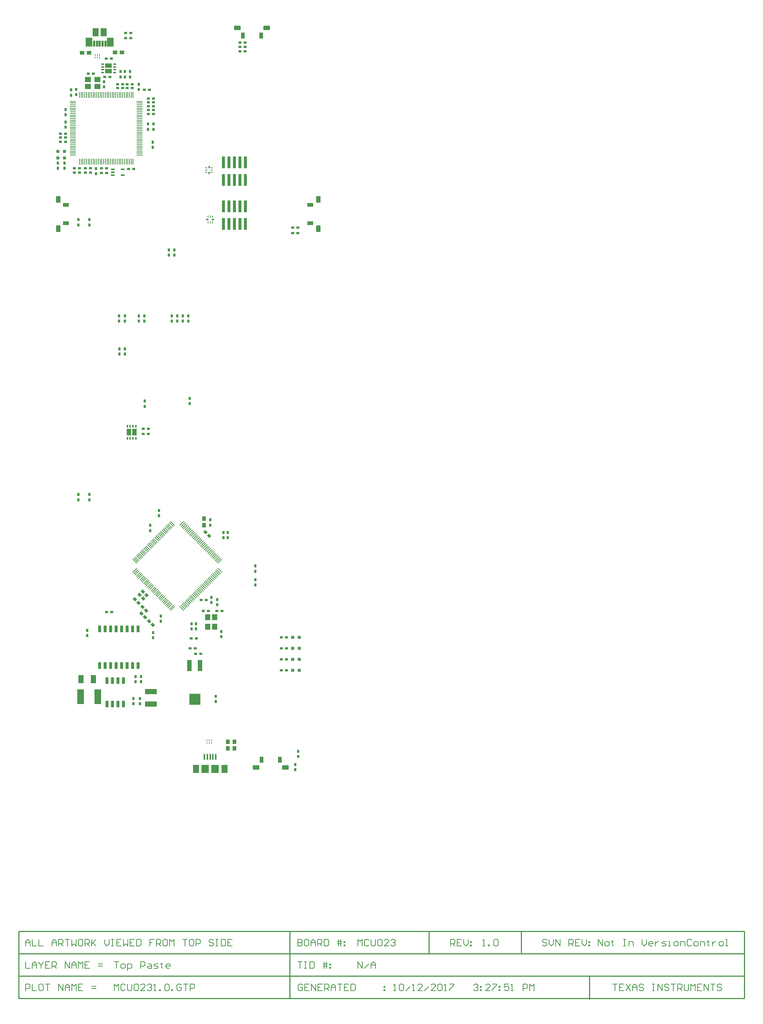
<source format=gtp>
G04 Layer_Color=9021481*
%FSAX25Y25*%
%MOIN*%
G70*
G01*
G75*
%ADD10R,0.02362X0.03150*%
%ADD11R,0.03150X0.02362*%
G04:AMPARAMS|DCode=12|XSize=57.09mil|YSize=39.37mil|CornerRadius=1.97mil|HoleSize=0mil|Usage=FLASHONLY|Rotation=0.000|XOffset=0mil|YOffset=0mil|HoleType=Round|Shape=RoundedRectangle|*
%AMROUNDEDRECTD12*
21,1,0.05709,0.03543,0,0,0.0*
21,1,0.05315,0.03937,0,0,0.0*
1,1,0.00394,0.02658,-0.01772*
1,1,0.00394,-0.02658,-0.01772*
1,1,0.00394,-0.02658,0.01772*
1,1,0.00394,0.02658,0.01772*
%
%ADD12ROUNDEDRECTD12*%
G04:AMPARAMS|DCode=13|XSize=35.43mil|YSize=51.18mil|CornerRadius=1.95mil|HoleSize=0mil|Usage=FLASHONLY|Rotation=0.000|XOffset=0mil|YOffset=0mil|HoleType=Round|Shape=RoundedRectangle|*
%AMROUNDEDRECTD13*
21,1,0.03543,0.04728,0,0,0.0*
21,1,0.03154,0.05118,0,0,0.0*
1,1,0.00390,0.01577,-0.02364*
1,1,0.00390,-0.01577,-0.02364*
1,1,0.00390,-0.01577,0.02364*
1,1,0.00390,0.01577,0.02364*
%
%ADD13ROUNDEDRECTD13*%
G04:AMPARAMS|DCode=14|XSize=23.62mil|YSize=31.5mil|CornerRadius=0mil|HoleSize=0mil|Usage=FLASHONLY|Rotation=225.000|XOffset=0mil|YOffset=0mil|HoleType=Round|Shape=Rectangle|*
%AMROTATEDRECTD14*
4,1,4,-0.00278,0.01949,0.01949,-0.00278,0.00278,-0.01949,-0.01949,0.00278,-0.00278,0.01949,0.0*
%
%ADD14ROTATEDRECTD14*%

%ADD15R,0.03150X0.03150*%
%ADD16R,0.03740X0.03937*%
%ADD17R,0.03937X0.03740*%
%ADD18R,0.00787X0.01181*%
%ADD19R,0.00787X0.01378*%
%ADD20R,0.02913X0.10984*%
%ADD21R,0.05512X0.04724*%
%ADD22R,0.01181X0.02362*%
%ADD23R,0.02165X0.00984*%
%ADD24R,0.02165X0.00787*%
%ADD25R,0.01575X0.05315*%
%ADD26R,0.07087X0.07480*%
%ADD27R,0.09843X0.09843*%
%ADD28R,0.03937X0.09843*%
%ADD29R,0.04724X0.05512*%
G04:AMPARAMS|DCode=30|XSize=57.09mil|YSize=39.37mil|CornerRadius=1.97mil|HoleSize=0mil|Usage=FLASHONLY|Rotation=270.000|XOffset=0mil|YOffset=0mil|HoleType=Round|Shape=RoundedRectangle|*
%AMROUNDEDRECTD30*
21,1,0.05709,0.03543,0,0,270.0*
21,1,0.05315,0.03937,0,0,270.0*
1,1,0.00394,-0.01772,-0.02658*
1,1,0.00394,-0.01772,0.02658*
1,1,0.00394,0.01772,0.02658*
1,1,0.00394,0.01772,-0.02658*
%
%ADD30ROUNDEDRECTD30*%
G04:AMPARAMS|DCode=31|XSize=35.43mil|YSize=51.18mil|CornerRadius=1.95mil|HoleSize=0mil|Usage=FLASHONLY|Rotation=270.000|XOffset=0mil|YOffset=0mil|HoleType=Round|Shape=RoundedRectangle|*
%AMROUNDEDRECTD31*
21,1,0.03543,0.04728,0,0,270.0*
21,1,0.03154,0.05118,0,0,270.0*
1,1,0.00390,-0.02364,-0.01577*
1,1,0.00390,-0.02364,0.01577*
1,1,0.00390,0.02364,0.01577*
1,1,0.00390,0.02364,-0.01577*
%
%ADD31ROUNDEDRECTD31*%
G04:AMPARAMS|DCode=32|XSize=23.62mil|YSize=57.09mil|CornerRadius=2.01mil|HoleSize=0mil|Usage=FLASHONLY|Rotation=0.000|XOffset=0mil|YOffset=0mil|HoleType=Round|Shape=RoundedRectangle|*
%AMROUNDEDRECTD32*
21,1,0.02362,0.05307,0,0,0.0*
21,1,0.01961,0.05709,0,0,0.0*
1,1,0.00402,0.00980,-0.02654*
1,1,0.00402,-0.00980,-0.02654*
1,1,0.00402,-0.00980,0.02654*
1,1,0.00402,0.00980,0.02654*
%
%ADD32ROUNDEDRECTD32*%
%ADD33R,0.02992X0.06496*%
G04:AMPARAMS|DCode=34|XSize=11.81mil|YSize=23.62mil|CornerRadius=1.95mil|HoleSize=0mil|Usage=FLASHONLY|Rotation=180.000|XOffset=0mil|YOffset=0mil|HoleType=Round|Shape=RoundedRectangle|*
%AMROUNDEDRECTD34*
21,1,0.01181,0.01972,0,0,180.0*
21,1,0.00791,0.02362,0,0,180.0*
1,1,0.00390,-0.00396,0.00986*
1,1,0.00390,0.00396,0.00986*
1,1,0.00390,0.00396,-0.00986*
1,1,0.00390,-0.00396,-0.00986*
%
%ADD34ROUNDEDRECTD34*%
G04:AMPARAMS|DCode=36|XSize=7.87mil|YSize=55.12mil|CornerRadius=0mil|HoleSize=0mil|Usage=FLASHONLY|Rotation=315.000|XOffset=0mil|YOffset=0mil|HoleType=Round|Shape=Round|*
%AMOVALD36*
21,1,0.04724,0.00787,0.00000,0.00000,45.0*
1,1,0.00787,-0.01670,-0.01670*
1,1,0.00787,0.01670,0.01670*
%
%ADD36OVALD36*%

G04:AMPARAMS|DCode=37|XSize=7.87mil|YSize=55.12mil|CornerRadius=0mil|HoleSize=0mil|Usage=FLASHONLY|Rotation=45.000|XOffset=0mil|YOffset=0mil|HoleType=Round|Shape=Round|*
%AMOVALD37*
21,1,0.04724,0.00787,0.00000,0.00000,135.0*
1,1,0.00787,0.01670,-0.01670*
1,1,0.00787,-0.01670,0.01670*
%
%ADD37OVALD37*%

%ADD38R,0.05118X0.07284*%
%ADD39R,0.06299X0.13386*%
%ADD40R,0.10630X0.05118*%
%ADD41O,0.00787X0.05512*%
%ADD42O,0.05512X0.00787*%
%ADD43R,0.02362X0.01181*%
%ADD44R,0.00984X0.02165*%
%ADD45R,0.00787X0.02165*%
G04:AMPARAMS|DCode=46|XSize=17.72mil|YSize=54.33mil|CornerRadius=1.95mil|HoleSize=0mil|Usage=FLASHONLY|Rotation=0.000|XOffset=0mil|YOffset=0mil|HoleType=Round|Shape=RoundedRectangle|*
%AMROUNDEDRECTD46*
21,1,0.01772,0.05043,0,0,0.0*
21,1,0.01382,0.05433,0,0,0.0*
1,1,0.00390,0.00691,-0.02522*
1,1,0.00390,-0.00691,-0.02522*
1,1,0.00390,-0.00691,0.02522*
1,1,0.00390,0.00691,0.02522*
%
%ADD46ROUNDEDRECTD46*%
G04:AMPARAMS|DCode=47|XSize=54.13mil|YSize=74.8mil|CornerRadius=1.9mil|HoleSize=0mil|Usage=FLASHONLY|Rotation=0.000|XOffset=0mil|YOffset=0mil|HoleType=Round|Shape=RoundedRectangle|*
%AMROUNDEDRECTD47*
21,1,0.05413,0.07101,0,0,0.0*
21,1,0.05034,0.07480,0,0,0.0*
1,1,0.00379,0.02517,-0.03551*
1,1,0.00379,-0.02517,-0.03551*
1,1,0.00379,-0.02517,0.03551*
1,1,0.00379,0.02517,0.03551*
%
%ADD47ROUNDEDRECTD47*%
G04:AMPARAMS|DCode=48|XSize=58.07mil|YSize=82.68mil|CornerRadius=2.03mil|HoleSize=0mil|Usage=FLASHONLY|Rotation=0.000|XOffset=0mil|YOffset=0mil|HoleType=Round|Shape=RoundedRectangle|*
%AMROUNDEDRECTD48*
21,1,0.05807,0.07861,0,0,0.0*
21,1,0.05401,0.08268,0,0,0.0*
1,1,0.00407,0.02700,-0.03931*
1,1,0.00407,-0.02700,-0.03931*
1,1,0.00407,-0.02700,0.03931*
1,1,0.00407,0.02700,0.03931*
%
%ADD48ROUNDEDRECTD48*%
G04:AMPARAMS|DCode=50|XSize=11.81mil|YSize=23.62mil|CornerRadius=1.95mil|HoleSize=0mil|Usage=FLASHONLY|Rotation=90.000|XOffset=0mil|YOffset=0mil|HoleType=Round|Shape=RoundedRectangle|*
%AMROUNDEDRECTD50*
21,1,0.01181,0.01972,0,0,90.0*
21,1,0.00791,0.02362,0,0,90.0*
1,1,0.00390,0.00986,0.00396*
1,1,0.00390,0.00986,-0.00396*
1,1,0.00390,-0.00986,-0.00396*
1,1,0.00390,-0.00986,0.00396*
%
%ADD50ROUNDEDRECTD50*%
G04:AMPARAMS|DCode=51|XSize=15.75mil|YSize=33.47mil|CornerRadius=1.97mil|HoleSize=0mil|Usage=FLASHONLY|Rotation=90.000|XOffset=0mil|YOffset=0mil|HoleType=Round|Shape=RoundedRectangle|*
%AMROUNDEDRECTD51*
21,1,0.01575,0.02953,0,0,90.0*
21,1,0.01181,0.03347,0,0,90.0*
1,1,0.00394,0.01476,0.00591*
1,1,0.00394,0.01476,-0.00591*
1,1,0.00394,-0.01476,-0.00591*
1,1,0.00394,-0.01476,0.00591*
%
%ADD51ROUNDEDRECTD51*%
%ADD52R,0.03150X0.03150*%
%ADD54C,0.01000*%
%ADD58C,0.00800*%
%ADD64R,0.05512X0.07480*%
%ADD108R,0.04106X0.05917*%
%ADD109R,0.05917X0.04106*%
G54D10*
X0194200Y0660762D02*
D03*
Y0656038D02*
D03*
X0189200Y0660762D02*
D03*
Y0656038D02*
D03*
X0184200Y0660762D02*
D03*
Y0656038D02*
D03*
X0179200Y0660762D02*
D03*
Y0656038D02*
D03*
X0136700Y0660762D02*
D03*
Y0656038D02*
D03*
X0131181Y0660762D02*
D03*
Y0656038D02*
D03*
X0154200Y0660762D02*
D03*
Y0656038D02*
D03*
X0149200Y0660762D02*
D03*
Y0656038D02*
D03*
X0176700Y0716038D02*
D03*
Y0720762D02*
D03*
X0181700Y0716038D02*
D03*
Y0720762D02*
D03*
X0195700Y0585762D02*
D03*
Y0581038D02*
D03*
X0220700Y0402762D02*
D03*
Y0398038D02*
D03*
X0150200Y0312762D02*
D03*
Y0308038D02*
D03*
X0144200Y0312762D02*
D03*
Y0308038D02*
D03*
X0151200Y0328038D02*
D03*
Y0332762D02*
D03*
X0167700Y0483762D02*
D03*
Y0479038D02*
D03*
X0224200Y0373762D02*
D03*
Y0369038D02*
D03*
X0197200Y0380762D02*
D03*
Y0376038D02*
D03*
X0146200Y0328038D02*
D03*
Y0332762D02*
D03*
X0154700Y0583262D02*
D03*
Y0578538D02*
D03*
X0169200Y0387762D02*
D03*
Y0383038D02*
D03*
X0255200Y0420762D02*
D03*
Y0416038D02*
D03*
Y0428538D02*
D03*
Y0433262D02*
D03*
X0219200Y0314762D02*
D03*
Y0310038D02*
D03*
X0159700Y0470262D02*
D03*
Y0465538D02*
D03*
X0291700Y0252762D02*
D03*
Y0248038D02*
D03*
X0294200Y0264762D02*
D03*
Y0260038D02*
D03*
X0104200Y0748262D02*
D03*
Y0743538D02*
D03*
X0094200Y0748262D02*
D03*
Y0743538D02*
D03*
X0104200Y0498262D02*
D03*
Y0493538D02*
D03*
X0094200Y0498262D02*
D03*
Y0493538D02*
D03*
X0102200Y0370038D02*
D03*
Y0374762D02*
D03*
X0162200Y0372762D02*
D03*
Y0368038D02*
D03*
X0214200Y0470538D02*
D03*
Y0475262D02*
D03*
X0215200Y0400038D02*
D03*
Y0404762D02*
D03*
X0201200Y0376038D02*
D03*
Y0380762D02*
D03*
X0161819Y0818762D02*
D03*
Y0814038D02*
D03*
X0149319Y0871381D02*
D03*
Y0866657D02*
D03*
X0082700Y0837124D02*
D03*
Y0832400D02*
D03*
Y0843676D02*
D03*
Y0848400D02*
D03*
X0157700Y0830538D02*
D03*
Y0835262D02*
D03*
X0162700Y0830538D02*
D03*
Y0835262D02*
D03*
X0092200Y0866762D02*
D03*
Y0862038D02*
D03*
X0110200Y0790038D02*
D03*
Y0794762D02*
D03*
X0075700Y0795085D02*
D03*
Y0799810D02*
D03*
X0081700Y0795085D02*
D03*
Y0799810D02*
D03*
X0087700Y0861538D02*
D03*
Y0866262D02*
D03*
X0117700Y0869038D02*
D03*
Y0873762D02*
D03*
X0136700Y0878176D02*
D03*
Y0882900D02*
D03*
X0141200D02*
D03*
Y0878176D02*
D03*
X0132700D02*
D03*
Y0882900D02*
D03*
X0226200Y0463762D02*
D03*
Y0459038D02*
D03*
X0230200Y0463762D02*
D03*
Y0459038D02*
D03*
X0131700Y0626038D02*
D03*
Y0630762D02*
D03*
X0136700Y0626038D02*
D03*
Y0630762D02*
D03*
G54D11*
X0246062Y0901400D02*
D03*
X0241338D02*
D03*
X0246062Y0909400D02*
D03*
X0241338D02*
D03*
X0241338Y0905400D02*
D03*
X0246062D02*
D03*
X0201562Y0367400D02*
D03*
X0196838D02*
D03*
X0158062Y0557900D02*
D03*
X0153338D02*
D03*
X0158062Y0553400D02*
D03*
X0153338D02*
D03*
X0278838Y0338400D02*
D03*
X0283562D02*
D03*
X0278838Y0358400D02*
D03*
X0283562D02*
D03*
X0278838Y0368400D02*
D03*
X0283562D02*
D03*
X0278838Y0348400D02*
D03*
X0283562D02*
D03*
X0195838Y0358400D02*
D03*
X0200562D02*
D03*
X0205562Y0353400D02*
D03*
X0200838D02*
D03*
X0220338Y0392400D02*
D03*
X0225062D02*
D03*
X0212562D02*
D03*
X0207838D02*
D03*
X0210562Y0402400D02*
D03*
X0205838D02*
D03*
X0289338Y0740900D02*
D03*
X0294062D02*
D03*
X0289338Y0735900D02*
D03*
X0294062D02*
D03*
X0124562Y0391400D02*
D03*
X0119838D02*
D03*
X0103338Y0880900D02*
D03*
X0108062D02*
D03*
X0100476Y0794900D02*
D03*
X0105200D02*
D03*
X0100476Y0790900D02*
D03*
X0105200D02*
D03*
X0134700Y0871400D02*
D03*
X0129976D02*
D03*
X0119887Y0790809D02*
D03*
X0115163D02*
D03*
X0119887Y0795094D02*
D03*
X0115163D02*
D03*
X0144562Y0794400D02*
D03*
X0139838D02*
D03*
X0143200Y0867900D02*
D03*
X0138476D02*
D03*
X0077976Y0826400D02*
D03*
X0082700D02*
D03*
X0077976Y0822900D02*
D03*
X0082700D02*
D03*
X0077976Y0818900D02*
D03*
X0082700D02*
D03*
X0134700Y0867900D02*
D03*
X0129976D02*
D03*
X0143200Y0871400D02*
D03*
X0138476D02*
D03*
X0159062Y0866400D02*
D03*
X0154338D02*
D03*
X0162700Y0858400D02*
D03*
X0157976D02*
D03*
X0162700Y0854900D02*
D03*
X0157976D02*
D03*
X0162700Y0851400D02*
D03*
X0157976D02*
D03*
X0090700Y0794900D02*
D03*
X0095424D02*
D03*
X0095424Y0790900D02*
D03*
X0090700D02*
D03*
X0157976Y0844400D02*
D03*
X0162700D02*
D03*
X0124383Y0894634D02*
D03*
X0119659D02*
D03*
X0122897Y0877900D02*
D03*
X0118172D02*
D03*
X0142062Y0917900D02*
D03*
X0137338D02*
D03*
X0137338Y0913510D02*
D03*
X0142062D02*
D03*
X0157976Y0847900D02*
D03*
X0162700D02*
D03*
G54D12*
X0265487Y0922731D02*
D03*
X0238913Y0922731D02*
D03*
X0255913Y0250069D02*
D03*
X0282487Y0250069D02*
D03*
G54D13*
X0260468Y0915644D02*
D03*
X0243932D02*
D03*
X0260932Y0257156D02*
D03*
X0277468D02*
D03*
G54D14*
X0154870Y0386730D02*
D03*
X0151530Y0390070D02*
D03*
X0152530Y0396070D02*
D03*
X0155870Y0392730D02*
D03*
X0148870Y0399730D02*
D03*
X0145530Y0403070D02*
D03*
X0210030Y0464070D02*
D03*
X0213370Y0460730D02*
D03*
X0156370Y0406730D02*
D03*
X0153030Y0410070D02*
D03*
X0153370Y0403730D02*
D03*
X0150030Y0407070D02*
D03*
X0158530Y0383070D02*
D03*
X0161870Y0379730D02*
D03*
G54D15*
X0289247Y0348400D02*
D03*
X0295153D02*
D03*
X0289247Y0338400D02*
D03*
X0295153D02*
D03*
X0289247Y0368400D02*
D03*
X0295153D02*
D03*
X0289247Y0358400D02*
D03*
X0295153D02*
D03*
G54D16*
X0230200Y0273550D02*
D03*
Y0267250D02*
D03*
X0208700Y0476550D02*
D03*
Y0470250D02*
D03*
X0236200Y0267250D02*
D03*
Y0273550D02*
D03*
G54D17*
X0097550Y0899900D02*
D03*
X0103850D02*
D03*
X0133850Y0900400D02*
D03*
X0127550D02*
D03*
G54D18*
X0109731Y0898081D02*
D03*
X0111700D02*
D03*
X0113669D02*
D03*
Y0895719D02*
D03*
X0111700D02*
D03*
X0213200Y0272219D02*
D03*
X0215168D02*
D03*
Y0274581D02*
D03*
X0213200D02*
D03*
X0211231D02*
D03*
G54D19*
X0109731Y0895817D02*
D03*
X0211231Y0272317D02*
D03*
G54D20*
X0246200Y0800412D02*
D03*
Y0784388D02*
D03*
X0241200Y0800412D02*
D03*
X0236200D02*
D03*
X0231200D02*
D03*
X0226200D02*
D03*
X0241200Y0784388D02*
D03*
X0236200D02*
D03*
X0231200D02*
D03*
X0226200D02*
D03*
Y0744388D02*
D03*
Y0760412D02*
D03*
X0231200Y0744388D02*
D03*
X0236200D02*
D03*
X0241200D02*
D03*
X0246200D02*
D03*
X0231200Y0760412D02*
D03*
X0236200D02*
D03*
X0241200D02*
D03*
X0246200D02*
D03*
G54D21*
X0103039Y0869400D02*
D03*
X0111700D02*
D03*
X0103039Y0875699D02*
D03*
X0111700D02*
D03*
G54D22*
X0213200Y0795959D02*
D03*
Y0790841D02*
D03*
G54D23*
X0210641Y0795368D02*
D03*
Y0791432D02*
D03*
X0215759D02*
D03*
Y0795368D02*
D03*
G54D24*
X0210641Y0793400D02*
D03*
X0215759D02*
D03*
G54D25*
X0211641Y0259640D02*
D03*
X0214200D02*
D03*
X0209082D02*
D03*
X0216759D02*
D03*
X0219318D02*
D03*
G54D26*
X0218728Y0248617D02*
D03*
X0209672D02*
D03*
G54D27*
X0200200Y0312176D02*
D03*
G54D28*
X0195279Y0342687D02*
D03*
X0205121D02*
D03*
G54D29*
X0218350Y0378069D02*
D03*
Y0386731D02*
D03*
X0212050Y0378069D02*
D03*
Y0386731D02*
D03*
G54D30*
X0312531Y0740113D02*
D03*
X0312531Y0766687D02*
D03*
X0075869Y0766687D02*
D03*
X0075869Y0740113D02*
D03*
G54D31*
X0305444Y0745132D02*
D03*
Y0761668D02*
D03*
X0082956Y0761668D02*
D03*
Y0745132D02*
D03*
G54D32*
X0120200Y0307672D02*
D03*
X0125200D02*
D03*
X0135200Y0329128D02*
D03*
X0130200D02*
D03*
X0125200D02*
D03*
X0120200D02*
D03*
X0135200Y0307672D02*
D03*
X0130200D02*
D03*
G54D33*
X0113700Y0376152D02*
D03*
X0118700D02*
D03*
X0123700D02*
D03*
X0128700D02*
D03*
X0133700D02*
D03*
X0138700D02*
D03*
X0143700D02*
D03*
X0148700D02*
D03*
Y0342648D02*
D03*
X0143700D02*
D03*
X0138700D02*
D03*
X0133700D02*
D03*
X0128700D02*
D03*
X0123700D02*
D03*
X0118700D02*
D03*
X0113700D02*
D03*
G54D34*
X0138861Y0549388D02*
D03*
X0141420D02*
D03*
X0143980D02*
D03*
X0146539D02*
D03*
Y0560412D02*
D03*
X0143980D02*
D03*
X0141420D02*
D03*
X0138861D02*
D03*
G54D36*
X0167775Y0406953D02*
D03*
X0188376Y0472096D02*
D03*
X0189489Y0470982D02*
D03*
X0190603Y0469869D02*
D03*
X0191717Y0468755D02*
D03*
X0192830Y0467642D02*
D03*
X0193944Y0466528D02*
D03*
X0195057Y0465415D02*
D03*
X0196171Y0464301D02*
D03*
X0197284Y0463188D02*
D03*
X0198398Y0462074D02*
D03*
X0199511Y0460960D02*
D03*
X0200625Y0459847D02*
D03*
X0201739Y0458733D02*
D03*
X0202852Y0457620D02*
D03*
X0203966Y0456506D02*
D03*
X0205079Y0455393D02*
D03*
X0206193Y0454279D02*
D03*
X0207306Y0453166D02*
D03*
X0208420Y0452052D02*
D03*
X0209533Y0450939D02*
D03*
X0210647Y0449825D02*
D03*
X0211760Y0448711D02*
D03*
X0212874Y0447598D02*
D03*
X0213988Y0446484D02*
D03*
X0215101Y0445371D02*
D03*
X0216215Y0444257D02*
D03*
X0217328Y0443144D02*
D03*
X0218442Y0442030D02*
D03*
X0219555Y0440916D02*
D03*
X0220669Y0439803D02*
D03*
X0221782Y0438689D02*
D03*
X0222896Y0437576D02*
D03*
X0180024Y0394704D02*
D03*
X0178911Y0395817D02*
D03*
X0177797Y0396931D02*
D03*
X0176683Y0398045D02*
D03*
X0175570Y0399158D02*
D03*
X0174456Y0400272D02*
D03*
X0173343Y0401385D02*
D03*
X0172229Y0402499D02*
D03*
X0171116Y0403612D02*
D03*
X0170002Y0404726D02*
D03*
X0168889Y0405839D02*
D03*
X0166662Y0408067D02*
D03*
X0165548Y0409180D02*
D03*
X0164434Y0410294D02*
D03*
X0163321Y0411407D02*
D03*
X0162207Y0412521D02*
D03*
X0161094Y0413634D02*
D03*
X0159980Y0414748D02*
D03*
X0158867Y0415862D02*
D03*
X0157753Y0416975D02*
D03*
X0156640Y0418089D02*
D03*
X0155526Y0419202D02*
D03*
X0154412Y0420316D02*
D03*
X0153299Y0421429D02*
D03*
X0152185Y0422543D02*
D03*
X0151072Y0423656D02*
D03*
X0149958Y0424770D02*
D03*
X0148845Y0425883D02*
D03*
X0147731Y0426997D02*
D03*
X0146618Y0428111D02*
D03*
X0145504Y0429224D02*
D03*
G54D37*
X0222896D02*
D03*
X0221782Y0428111D02*
D03*
X0220669Y0426997D02*
D03*
X0219555Y0425883D02*
D03*
X0218442Y0424770D02*
D03*
X0217328Y0423656D02*
D03*
X0216215Y0422543D02*
D03*
X0215101Y0421429D02*
D03*
X0213988Y0420316D02*
D03*
X0212874Y0419202D02*
D03*
X0211760Y0418089D02*
D03*
X0210647Y0416975D02*
D03*
X0209533Y0415862D02*
D03*
X0208420Y0414748D02*
D03*
X0207306Y0413634D02*
D03*
X0206193Y0412521D02*
D03*
X0205079Y0411407D02*
D03*
X0203966Y0410294D02*
D03*
X0202852Y0409180D02*
D03*
X0201739Y0408067D02*
D03*
X0200625Y0406953D02*
D03*
X0199511Y0405839D02*
D03*
X0198398Y0404726D02*
D03*
X0197284Y0403612D02*
D03*
X0196171Y0402499D02*
D03*
X0195057Y0401385D02*
D03*
X0193944Y0400272D02*
D03*
X0192830Y0399158D02*
D03*
X0191717Y0398045D02*
D03*
X0190603Y0396931D02*
D03*
X0189489Y0395817D02*
D03*
X0188376Y0394704D02*
D03*
X0145504Y0437576D02*
D03*
X0146618Y0438689D02*
D03*
X0147731Y0439803D02*
D03*
X0148845Y0440916D02*
D03*
X0149958Y0442030D02*
D03*
X0151072Y0443144D02*
D03*
X0152185Y0444257D02*
D03*
X0153299Y0445371D02*
D03*
X0154412Y0446484D02*
D03*
X0155526Y0447598D02*
D03*
X0156640Y0448711D02*
D03*
X0157753Y0449825D02*
D03*
X0158867Y0450939D02*
D03*
X0159980Y0452052D02*
D03*
X0161094Y0453166D02*
D03*
X0162207Y0454279D02*
D03*
X0163321Y0455393D02*
D03*
X0164434Y0456506D02*
D03*
X0165548Y0457620D02*
D03*
X0166662Y0458733D02*
D03*
X0167775Y0459847D02*
D03*
X0168889Y0460960D02*
D03*
X0170002Y0462074D02*
D03*
X0171116Y0463188D02*
D03*
X0172229Y0464301D02*
D03*
X0173343Y0465415D02*
D03*
X0174456Y0466528D02*
D03*
X0175570Y0467642D02*
D03*
X0176683Y0468755D02*
D03*
X0177797Y0469869D02*
D03*
X0178911Y0470982D02*
D03*
X0180024Y0472096D02*
D03*
G54D38*
X0096491Y0330400D02*
D03*
X0107909D02*
D03*
G54D39*
X0112074Y0314400D02*
D03*
X0096326D02*
D03*
G54D40*
X0160200Y0319109D02*
D03*
Y0307691D02*
D03*
G54D41*
X0095291Y0801085D02*
D03*
X0096866D02*
D03*
X0098440D02*
D03*
X0100015D02*
D03*
X0101590D02*
D03*
X0103165D02*
D03*
X0104740D02*
D03*
X0106314D02*
D03*
X0107889D02*
D03*
X0109464D02*
D03*
X0111039D02*
D03*
X0112614D02*
D03*
X0114188D02*
D03*
X0115763D02*
D03*
X0117338D02*
D03*
X0118913D02*
D03*
X0120488D02*
D03*
X0122062D02*
D03*
X0123637D02*
D03*
X0125212D02*
D03*
X0126787D02*
D03*
X0128362D02*
D03*
X0129936D02*
D03*
X0131511D02*
D03*
X0133086D02*
D03*
X0134661D02*
D03*
X0136236D02*
D03*
X0137811D02*
D03*
X0139385D02*
D03*
X0140960D02*
D03*
X0142535D02*
D03*
X0144110D02*
D03*
Y0861715D02*
D03*
X0142535D02*
D03*
X0140960D02*
D03*
X0139385D02*
D03*
X0137811D02*
D03*
X0136236D02*
D03*
X0134661D02*
D03*
X0133086D02*
D03*
X0131511D02*
D03*
X0129936D02*
D03*
X0128362D02*
D03*
X0126787D02*
D03*
X0125212D02*
D03*
X0123637D02*
D03*
X0122062D02*
D03*
X0120488D02*
D03*
X0118913D02*
D03*
X0117338D02*
D03*
X0115763D02*
D03*
X0114188D02*
D03*
X0112614D02*
D03*
X0111039D02*
D03*
X0109464D02*
D03*
X0107889D02*
D03*
X0106314D02*
D03*
X0104740D02*
D03*
X0103165D02*
D03*
X0101590D02*
D03*
X0100015D02*
D03*
X0098440D02*
D03*
X0096866D02*
D03*
X0095291D02*
D03*
G54D42*
X0150015Y0806990D02*
D03*
Y0808565D02*
D03*
Y0810140D02*
D03*
Y0811715D02*
D03*
Y0813290D02*
D03*
Y0814864D02*
D03*
Y0816439D02*
D03*
Y0818014D02*
D03*
Y0819589D02*
D03*
Y0821164D02*
D03*
Y0822738D02*
D03*
Y0824313D02*
D03*
Y0825888D02*
D03*
Y0827463D02*
D03*
Y0829038D02*
D03*
Y0830612D02*
D03*
Y0832187D02*
D03*
Y0833762D02*
D03*
Y0835337D02*
D03*
Y0836912D02*
D03*
Y0838486D02*
D03*
Y0840061D02*
D03*
Y0841636D02*
D03*
Y0843211D02*
D03*
Y0844786D02*
D03*
Y0846360D02*
D03*
Y0847935D02*
D03*
Y0849510D02*
D03*
Y0851085D02*
D03*
Y0852660D02*
D03*
Y0854235D02*
D03*
Y0855809D02*
D03*
X0089385D02*
D03*
Y0854235D02*
D03*
Y0852660D02*
D03*
Y0851085D02*
D03*
Y0849510D02*
D03*
Y0847935D02*
D03*
Y0846360D02*
D03*
Y0844786D02*
D03*
Y0843211D02*
D03*
Y0841636D02*
D03*
Y0840061D02*
D03*
Y0838486D02*
D03*
Y0836912D02*
D03*
Y0835337D02*
D03*
Y0833762D02*
D03*
Y0832187D02*
D03*
Y0830612D02*
D03*
Y0829038D02*
D03*
Y0827463D02*
D03*
Y0825888D02*
D03*
Y0824313D02*
D03*
Y0822738D02*
D03*
Y0821164D02*
D03*
Y0819589D02*
D03*
Y0818014D02*
D03*
Y0816439D02*
D03*
Y0814864D02*
D03*
Y0813290D02*
D03*
Y0811715D02*
D03*
Y0810140D02*
D03*
Y0808565D02*
D03*
Y0806990D02*
D03*
G54D43*
X0211641Y0748400D02*
D03*
X0216759D02*
D03*
G54D44*
X0212231Y0745841D02*
D03*
X0216168D02*
D03*
Y0750959D02*
D03*
X0212231D02*
D03*
G54D45*
X0214200Y0745841D02*
D03*
Y0750959D02*
D03*
G54D46*
X0118818Y0908219D02*
D03*
X0116259Y0908219D02*
D03*
X0113700Y0908219D02*
D03*
X0111141Y0908219D02*
D03*
X0108582Y0908219D02*
D03*
G54D47*
X0117391Y0918691D02*
D03*
X0110009D02*
D03*
G54D48*
X0123395Y0909636D02*
D03*
X0104005D02*
D03*
G54D50*
X0127212Y0889739D02*
D03*
Y0887179D02*
D03*
Y0884620D02*
D03*
Y0882061D02*
D03*
X0116188D02*
D03*
Y0884620D02*
D03*
Y0887179D02*
D03*
Y0889739D02*
D03*
G54D51*
X0125771Y0793959D02*
D03*
Y0791400D02*
D03*
Y0788841D02*
D03*
X0134629D02*
D03*
Y0793959D02*
D03*
G54D52*
X0081700Y0804447D02*
D03*
Y0810353D02*
D03*
X0075700D02*
D03*
Y0804447D02*
D03*
G54D54*
X0497200Y0080717D02*
Y0101050D01*
X0413200Y0080717D02*
Y0101050D01*
X0040000Y0080717D02*
X0700200D01*
X0040000Y0060383D02*
X0700000D01*
X0040000Y0040050D02*
X0440500D01*
X0040050Y0101050D02*
X0700200D01*
X0040050Y0040050D02*
Y0101050D01*
Y0040050D02*
X0197600D01*
X0040000D02*
Y0101050D01*
X0286500Y0040050D02*
Y0101050D01*
X0700200Y0040050D02*
Y0101050D01*
X0440500Y0040050D02*
X0700200D01*
X0559400Y0039400D02*
Y0059683D01*
G54D58*
X0126900Y0073549D02*
X0130899D01*
X0128899D01*
Y0067551D01*
X0133898D02*
X0135897D01*
X0136897Y0068550D01*
Y0070550D01*
X0135897Y0071549D01*
X0133898D01*
X0132898Y0070550D01*
Y0068550D01*
X0133898Y0067551D01*
X0138896Y0065551D02*
Y0071549D01*
X0141895D01*
X0142895Y0070550D01*
Y0068550D01*
X0141895Y0067551D01*
X0138896D01*
X0150892D02*
Y0073549D01*
X0153891D01*
X0154891Y0072549D01*
Y0070550D01*
X0153891Y0069550D01*
X0150892D01*
X0157890Y0071549D02*
X0159889D01*
X0160889Y0070550D01*
Y0067551D01*
X0157890D01*
X0156890Y0068550D01*
X0157890Y0069550D01*
X0160889D01*
X0162888Y0067551D02*
X0165887D01*
X0166887Y0068550D01*
X0165887Y0069550D01*
X0163888D01*
X0162888Y0070550D01*
X0163888Y0071549D01*
X0166887D01*
X0169886Y0072549D02*
Y0071549D01*
X0168886D01*
X0170886D01*
X0169886D01*
Y0068550D01*
X0170886Y0067551D01*
X0176884D02*
X0174884D01*
X0173885Y0068550D01*
Y0070550D01*
X0174884Y0071549D01*
X0176884D01*
X0177884Y0070550D01*
Y0069550D01*
X0173885D01*
X0567400Y0087833D02*
Y0093831D01*
X0571399Y0087833D01*
Y0093831D01*
X0574398Y0087833D02*
X0576397D01*
X0577397Y0088833D01*
Y0090832D01*
X0576397Y0091832D01*
X0574398D01*
X0573398Y0090832D01*
Y0088833D01*
X0574398Y0087833D01*
X0580396Y0092832D02*
Y0091832D01*
X0579396D01*
X0581395D01*
X0580396D01*
Y0088833D01*
X0581395Y0087833D01*
X0590393Y0093831D02*
X0592392D01*
X0591392D01*
Y0087833D01*
X0590393D01*
X0592392D01*
X0595391D02*
Y0091832D01*
X0598390D01*
X0599390Y0090832D01*
Y0087833D01*
X0607387Y0093831D02*
Y0089833D01*
X0609386Y0087833D01*
X0611386Y0089833D01*
Y0093831D01*
X0616384Y0087833D02*
X0614385D01*
X0613385Y0088833D01*
Y0090832D01*
X0614385Y0091832D01*
X0616384D01*
X0617384Y0090832D01*
Y0089833D01*
X0613385D01*
X0619383Y0091832D02*
Y0087833D01*
Y0089833D01*
X0620383Y0090832D01*
X0621383Y0091832D01*
X0622382D01*
X0625381Y0087833D02*
X0628380D01*
X0629380Y0088833D01*
X0628380Y0089833D01*
X0626381D01*
X0625381Y0090832D01*
X0626381Y0091832D01*
X0629380D01*
X0631379Y0087833D02*
X0633379D01*
X0632379D01*
Y0091832D01*
X0631379D01*
X0637377Y0087833D02*
X0639377D01*
X0640376Y0088833D01*
Y0090832D01*
X0639377Y0091832D01*
X0637377D01*
X0636378Y0090832D01*
Y0088833D01*
X0637377Y0087833D01*
X0642376D02*
Y0091832D01*
X0645375D01*
X0646374Y0090832D01*
Y0087833D01*
X0652373Y0092832D02*
X0651373Y0093831D01*
X0649373D01*
X0648374Y0092832D01*
Y0088833D01*
X0649373Y0087833D01*
X0651373D01*
X0652373Y0088833D01*
X0655372Y0087833D02*
X0657371D01*
X0658371Y0088833D01*
Y0090832D01*
X0657371Y0091832D01*
X0655372D01*
X0654372Y0090832D01*
Y0088833D01*
X0655372Y0087833D01*
X0660370D02*
Y0091832D01*
X0663369D01*
X0664369Y0090832D01*
Y0087833D01*
X0667368Y0092832D02*
Y0091832D01*
X0666368D01*
X0668367D01*
X0667368D01*
Y0088833D01*
X0668367Y0087833D01*
X0671366Y0091832D02*
Y0087833D01*
Y0089833D01*
X0672366Y0090832D01*
X0673366Y0091832D01*
X0674365D01*
X0678364Y0087833D02*
X0680364D01*
X0681363Y0088833D01*
Y0090832D01*
X0680364Y0091832D01*
X0678364D01*
X0677364Y0090832D01*
Y0088833D01*
X0678364Y0087833D01*
X0683362D02*
X0685362D01*
X0684362D01*
Y0093831D01*
X0683362D01*
X0520799Y0092832D02*
X0519799Y0093831D01*
X0517800D01*
X0516800Y0092832D01*
Y0091832D01*
X0517800Y0090832D01*
X0519799D01*
X0520799Y0089833D01*
Y0088833D01*
X0519799Y0087833D01*
X0517800D01*
X0516800Y0088833D01*
X0522798Y0093831D02*
Y0089833D01*
X0524797Y0087833D01*
X0526797Y0089833D01*
Y0093831D01*
X0528796Y0087833D02*
Y0093831D01*
X0532795Y0087833D01*
Y0093831D01*
X0540792Y0087833D02*
Y0093831D01*
X0543791D01*
X0544791Y0092832D01*
Y0090832D01*
X0543791Y0089833D01*
X0540792D01*
X0542792D02*
X0544791Y0087833D01*
X0550789Y0093831D02*
X0546790D01*
Y0087833D01*
X0550789D01*
X0546790Y0090832D02*
X0548790D01*
X0552788Y0093831D02*
Y0089833D01*
X0554788Y0087833D01*
X0556787Y0089833D01*
Y0093831D01*
X0558786Y0091832D02*
X0559786D01*
Y0090832D01*
X0558786D01*
Y0091832D01*
Y0088833D02*
X0559786D01*
Y0087833D01*
X0558786D01*
Y0088833D01*
X0433000Y0087833D02*
Y0093831D01*
X0435999D01*
X0436999Y0092832D01*
Y0090832D01*
X0435999Y0089833D01*
X0433000D01*
X0434999D02*
X0436999Y0087833D01*
X0442997Y0093831D02*
X0438998D01*
Y0087833D01*
X0442997D01*
X0438998Y0090832D02*
X0440997D01*
X0444996Y0093831D02*
Y0089833D01*
X0446995Y0087833D01*
X0448995Y0089833D01*
Y0093831D01*
X0450994Y0091832D02*
X0451994D01*
Y0090832D01*
X0450994D01*
Y0091832D01*
Y0088833D02*
X0451994D01*
Y0087833D01*
X0450994D01*
Y0088833D01*
X0126900Y0046966D02*
Y0052965D01*
X0128899Y0050965D01*
X0130899Y0052965D01*
Y0046966D01*
X0136897Y0051965D02*
X0135897Y0052965D01*
X0133898D01*
X0132898Y0051965D01*
Y0047966D01*
X0133898Y0046966D01*
X0135897D01*
X0136897Y0047966D01*
X0138896Y0052965D02*
Y0047966D01*
X0139896Y0046966D01*
X0141895D01*
X0142895Y0047966D01*
Y0052965D01*
X0144894Y0051965D02*
X0145894Y0052965D01*
X0147893D01*
X0148893Y0051965D01*
Y0047966D01*
X0147893Y0046966D01*
X0145894D01*
X0144894Y0047966D01*
Y0051965D01*
X0154891Y0046966D02*
X0150892D01*
X0154891Y0050965D01*
Y0051965D01*
X0153891Y0052965D01*
X0151892D01*
X0150892Y0051965D01*
X0156890D02*
X0157890Y0052965D01*
X0159889D01*
X0160889Y0051965D01*
Y0050965D01*
X0159889Y0049966D01*
X0158890D01*
X0159889D01*
X0160889Y0048966D01*
Y0047966D01*
X0159889Y0046966D01*
X0157890D01*
X0156890Y0047966D01*
X0162888Y0046966D02*
X0164888D01*
X0163888D01*
Y0052965D01*
X0162888Y0051965D01*
X0167887Y0046966D02*
Y0047966D01*
X0168886D01*
Y0046966D01*
X0167887D01*
X0172885Y0051965D02*
X0173885Y0052965D01*
X0175884D01*
X0176884Y0051965D01*
Y0047966D01*
X0175884Y0046966D01*
X0173885D01*
X0172885Y0047966D01*
Y0051965D01*
X0178883Y0046966D02*
Y0047966D01*
X0179883D01*
Y0046966D01*
X0178883D01*
X0187880Y0051965D02*
X0186881Y0052965D01*
X0184881D01*
X0183882Y0051965D01*
Y0047966D01*
X0184881Y0046966D01*
X0186881D01*
X0187880Y0047966D01*
Y0049966D01*
X0185881D01*
X0189880Y0052965D02*
X0193878D01*
X0191879D01*
Y0046966D01*
X0195878D02*
Y0052965D01*
X0198877D01*
X0199876Y0051965D01*
Y0049966D01*
X0198877Y0048966D01*
X0195878D01*
X0381150Y0046966D02*
X0383149D01*
X0382150D01*
Y0052965D01*
X0381150Y0051965D01*
X0386148D02*
X0387148Y0052965D01*
X0389147D01*
X0390147Y0051965D01*
Y0047966D01*
X0389147Y0046966D01*
X0387148D01*
X0386148Y0047966D01*
Y0051965D01*
X0392146Y0046966D02*
X0396145Y0050965D01*
X0398145Y0046966D02*
X0400144D01*
X0399144D01*
Y0052965D01*
X0398145Y0051965D01*
X0407142Y0046966D02*
X0403143D01*
X0407142Y0050965D01*
Y0051965D01*
X0406142Y0052965D01*
X0404143D01*
X0403143Y0051965D01*
X0409141Y0046966D02*
X0413140Y0050965D01*
X0419138Y0046966D02*
X0415139D01*
X0419138Y0050965D01*
Y0051965D01*
X0418138Y0052965D01*
X0416139D01*
X0415139Y0051965D01*
X0421137D02*
X0422137Y0052965D01*
X0424136D01*
X0425136Y0051965D01*
Y0047966D01*
X0424136Y0046966D01*
X0422137D01*
X0421137Y0047966D01*
Y0051965D01*
X0427135Y0046966D02*
X0429135D01*
X0428135D01*
Y0052965D01*
X0427135Y0051965D01*
X0432133Y0052965D02*
X0436132D01*
Y0051965D01*
X0432133Y0047966D01*
Y0046966D01*
X0298199Y0051965D02*
X0297199Y0052965D01*
X0295200D01*
X0294200Y0051965D01*
Y0047966D01*
X0295200Y0046966D01*
X0297199D01*
X0298199Y0047966D01*
Y0049966D01*
X0296199D01*
X0304197Y0052965D02*
X0300198D01*
Y0046966D01*
X0304197D01*
X0300198Y0049966D02*
X0302197D01*
X0306196Y0046966D02*
Y0052965D01*
X0310195Y0046966D01*
Y0052965D01*
X0316193D02*
X0312194D01*
Y0046966D01*
X0316193D01*
X0312194Y0049966D02*
X0314194D01*
X0318192Y0046966D02*
Y0052965D01*
X0321191D01*
X0322191Y0051965D01*
Y0049966D01*
X0321191Y0048966D01*
X0318192D01*
X0320192D02*
X0322191Y0046966D01*
X0324190D02*
Y0050965D01*
X0326190Y0052965D01*
X0328189Y0050965D01*
Y0046966D01*
Y0049966D01*
X0324190D01*
X0330188Y0052965D02*
X0334187D01*
X0332188D01*
Y0046966D01*
X0340185Y0052965D02*
X0336186D01*
Y0046966D01*
X0340185D01*
X0336186Y0049966D02*
X0338186D01*
X0342184Y0052965D02*
Y0046966D01*
X0345183D01*
X0346183Y0047966D01*
Y0051965D01*
X0345183Y0052965D01*
X0342184D01*
X0372175Y0050965D02*
X0373175D01*
Y0049966D01*
X0372175D01*
Y0050965D01*
Y0047966D02*
X0373175D01*
Y0046966D01*
X0372175D01*
Y0047966D01*
X0046350Y0087833D02*
Y0091832D01*
X0048349Y0093831D01*
X0050349Y0091832D01*
Y0087833D01*
Y0090832D01*
X0046350D01*
X0052348Y0093831D02*
Y0087833D01*
X0056347D01*
X0058346Y0093831D02*
Y0087833D01*
X0062345D01*
X0070342D02*
Y0091832D01*
X0072342Y0093831D01*
X0074341Y0091832D01*
Y0087833D01*
Y0090832D01*
X0070342D01*
X0076340Y0087833D02*
Y0093831D01*
X0079339D01*
X0080339Y0092832D01*
Y0090832D01*
X0079339Y0089833D01*
X0076340D01*
X0078340D02*
X0080339Y0087833D01*
X0082338Y0093831D02*
X0086337D01*
X0084338D01*
Y0087833D01*
X0088336Y0093831D02*
Y0087833D01*
X0090336Y0089833D01*
X0092335Y0087833D01*
Y0093831D01*
X0097334D02*
X0095334D01*
X0094335Y0092832D01*
Y0088833D01*
X0095334Y0087833D01*
X0097334D01*
X0098333Y0088833D01*
Y0092832D01*
X0097334Y0093831D01*
X0100332Y0087833D02*
Y0093831D01*
X0103332D01*
X0104331Y0092832D01*
Y0090832D01*
X0103332Y0089833D01*
X0100332D01*
X0102332D02*
X0104331Y0087833D01*
X0106331Y0093831D02*
Y0087833D01*
Y0089833D01*
X0110329Y0093831D01*
X0107330Y0090832D01*
X0110329Y0087833D01*
X0118327Y0093831D02*
Y0089833D01*
X0120326Y0087833D01*
X0122325Y0089833D01*
Y0093831D01*
X0124325D02*
X0126324D01*
X0125324D01*
Y0087833D01*
X0124325D01*
X0126324D01*
X0133322Y0093831D02*
X0129323D01*
Y0087833D01*
X0133322D01*
X0129323Y0090832D02*
X0131323D01*
X0135321Y0093831D02*
Y0087833D01*
X0137321Y0089833D01*
X0139320Y0087833D01*
Y0093831D01*
X0145318D02*
X0141319D01*
Y0087833D01*
X0145318D01*
X0141319Y0090832D02*
X0143319D01*
X0147317Y0093831D02*
Y0087833D01*
X0150316D01*
X0151316Y0088833D01*
Y0092832D01*
X0150316Y0093831D01*
X0147317D01*
X0163312D02*
X0159313D01*
Y0090832D01*
X0161313D01*
X0159313D01*
Y0087833D01*
X0165312D02*
Y0093831D01*
X0168310D01*
X0169310Y0092832D01*
Y0090832D01*
X0168310Y0089833D01*
X0165312D01*
X0167311D02*
X0169310Y0087833D01*
X0174309Y0093831D02*
X0172309D01*
X0171310Y0092832D01*
Y0088833D01*
X0172309Y0087833D01*
X0174309D01*
X0175308Y0088833D01*
Y0092832D01*
X0174309Y0093831D01*
X0177308Y0087833D02*
Y0093831D01*
X0179307Y0091832D01*
X0181306Y0093831D01*
Y0087833D01*
X0189304Y0093831D02*
X0193303D01*
X0191303D01*
Y0087833D01*
X0198301Y0093831D02*
X0196301D01*
X0195302Y0092832D01*
Y0088833D01*
X0196301Y0087833D01*
X0198301D01*
X0199301Y0088833D01*
Y0092832D01*
X0198301Y0093831D01*
X0201300Y0087833D02*
Y0093831D01*
X0204299D01*
X0205299Y0092832D01*
Y0090832D01*
X0204299Y0089833D01*
X0201300D01*
X0217295Y0092832D02*
X0216295Y0093831D01*
X0214296D01*
X0213296Y0092832D01*
Y0091832D01*
X0214296Y0090832D01*
X0216295D01*
X0217295Y0089833D01*
Y0088833D01*
X0216295Y0087833D01*
X0214296D01*
X0213296Y0088833D01*
X0219294Y0093831D02*
X0221293D01*
X0220294D01*
Y0087833D01*
X0219294D01*
X0221293D01*
X0224292Y0093831D02*
Y0087833D01*
X0227291D01*
X0228291Y0088833D01*
Y0092832D01*
X0227291Y0093831D01*
X0224292D01*
X0234289D02*
X0230291D01*
Y0087833D01*
X0234289D01*
X0230291Y0090832D02*
X0232290D01*
X0462150Y0087833D02*
X0464149D01*
X0463150D01*
Y0093831D01*
X0462150Y0092832D01*
X0467148Y0087833D02*
Y0088833D01*
X0468148D01*
Y0087833D01*
X0467148D01*
X0472147Y0092832D02*
X0473146Y0093831D01*
X0475146D01*
X0476146Y0092832D01*
Y0088833D01*
X0475146Y0087833D01*
X0473146D01*
X0472147Y0088833D01*
Y0092832D01*
X0348550Y0087833D02*
Y0093831D01*
X0350549Y0091832D01*
X0352549Y0093831D01*
Y0087833D01*
X0358547Y0092832D02*
X0357547Y0093831D01*
X0355548D01*
X0354548Y0092832D01*
Y0088833D01*
X0355548Y0087833D01*
X0357547D01*
X0358547Y0088833D01*
X0360546Y0093831D02*
Y0088833D01*
X0361546Y0087833D01*
X0363545D01*
X0364545Y0088833D01*
Y0093831D01*
X0366544Y0092832D02*
X0367544Y0093831D01*
X0369543D01*
X0370543Y0092832D01*
Y0088833D01*
X0369543Y0087833D01*
X0367544D01*
X0366544Y0088833D01*
Y0092832D01*
X0376541Y0087833D02*
X0372542D01*
X0376541Y0091832D01*
Y0092832D01*
X0375541Y0093831D01*
X0373542D01*
X0372542Y0092832D01*
X0378540D02*
X0379540Y0093831D01*
X0381539D01*
X0382539Y0092832D01*
Y0091832D01*
X0381539Y0090832D01*
X0380540D01*
X0381539D01*
X0382539Y0089833D01*
Y0088833D01*
X0381539Y0087833D01*
X0379540D01*
X0378540Y0088833D01*
X0294000Y0093831D02*
Y0087833D01*
X0296999D01*
X0297999Y0088833D01*
Y0089833D01*
X0296999Y0090832D01*
X0294000D01*
X0296999D01*
X0297999Y0091832D01*
Y0092832D01*
X0296999Y0093831D01*
X0294000D01*
X0302997D02*
X0300998D01*
X0299998Y0092832D01*
Y0088833D01*
X0300998Y0087833D01*
X0302997D01*
X0303997Y0088833D01*
Y0092832D01*
X0302997Y0093831D01*
X0305996Y0087833D02*
Y0091832D01*
X0307996Y0093831D01*
X0309995Y0091832D01*
Y0087833D01*
Y0090832D01*
X0305996D01*
X0311994Y0087833D02*
Y0093831D01*
X0314993D01*
X0315993Y0092832D01*
Y0090832D01*
X0314993Y0089833D01*
X0311994D01*
X0313994D02*
X0315993Y0087833D01*
X0317992Y0093831D02*
Y0087833D01*
X0320991D01*
X0321991Y0088833D01*
Y0092832D01*
X0320991Y0093831D01*
X0317992D01*
X0330988Y0087833D02*
Y0093831D01*
X0332987D02*
Y0087833D01*
X0329988Y0091832D02*
X0332987D01*
X0333987D01*
X0329988Y0089833D02*
X0333987D01*
X0335986Y0091832D02*
X0336986D01*
Y0090832D01*
X0335986D01*
Y0091832D01*
Y0088833D02*
X0336986D01*
Y0087833D01*
X0335986D01*
Y0088833D01*
X0046350Y0073549D02*
Y0067551D01*
X0050349D01*
X0052348D02*
Y0071549D01*
X0054347Y0073549D01*
X0056347Y0071549D01*
Y0067551D01*
Y0070550D01*
X0052348D01*
X0058346Y0073549D02*
Y0072549D01*
X0060346Y0070550D01*
X0062345Y0072549D01*
Y0073549D01*
X0060346Y0070550D02*
Y0067551D01*
X0068343Y0073549D02*
X0064344D01*
Y0067551D01*
X0068343D01*
X0064344Y0070550D02*
X0066343D01*
X0070342Y0067551D02*
Y0073549D01*
X0073341D01*
X0074341Y0072549D01*
Y0070550D01*
X0073341Y0069550D01*
X0070342D01*
X0072342D02*
X0074341Y0067551D01*
X0082338D02*
Y0073549D01*
X0086337Y0067551D01*
Y0073549D01*
X0088336Y0067551D02*
Y0071549D01*
X0090336Y0073549D01*
X0092335Y0071549D01*
Y0067551D01*
Y0070550D01*
X0088336D01*
X0094335Y0067551D02*
Y0073549D01*
X0096334Y0071549D01*
X0098333Y0073549D01*
Y0067551D01*
X0104331Y0073549D02*
X0100332D01*
Y0067551D01*
X0104331D01*
X0100332Y0070550D02*
X0102332D01*
X0112329Y0069550D02*
X0116327D01*
X0112329Y0071549D02*
X0116327D01*
X0046350Y0046966D02*
Y0052965D01*
X0049349D01*
X0050349Y0051965D01*
Y0049966D01*
X0049349Y0048966D01*
X0046350D01*
X0052348Y0052965D02*
Y0046966D01*
X0056347D01*
X0061345Y0052965D02*
X0059346D01*
X0058346Y0051965D01*
Y0047966D01*
X0059346Y0046966D01*
X0061345D01*
X0062345Y0047966D01*
Y0051965D01*
X0061345Y0052965D01*
X0064344D02*
X0068343D01*
X0066343D01*
Y0046966D01*
X0076340D02*
Y0052965D01*
X0080339Y0046966D01*
Y0052965D01*
X0082338Y0046966D02*
Y0050965D01*
X0084338Y0052965D01*
X0086337Y0050965D01*
Y0046966D01*
Y0049966D01*
X0082338D01*
X0088336Y0046966D02*
Y0052965D01*
X0090336Y0050965D01*
X0092335Y0052965D01*
Y0046966D01*
X0098333Y0052965D02*
X0094335D01*
Y0046966D01*
X0098333D01*
X0094335Y0049966D02*
X0096334D01*
X0106331Y0048966D02*
X0110329D01*
X0106331Y0050965D02*
X0110329D01*
X0454050Y0051965D02*
X0455050Y0052965D01*
X0457049D01*
X0458049Y0051965D01*
Y0050965D01*
X0457049Y0049966D01*
X0456049D01*
X0457049D01*
X0458049Y0048966D01*
Y0047966D01*
X0457049Y0046966D01*
X0455050D01*
X0454050Y0047966D01*
X0460048Y0050965D02*
X0461048D01*
Y0049966D01*
X0460048D01*
Y0050965D01*
Y0047966D02*
X0461048D01*
Y0046966D01*
X0460048D01*
Y0047966D01*
X0469045Y0046966D02*
X0465046D01*
X0469045Y0050965D01*
Y0051965D01*
X0468046Y0052965D01*
X0466046D01*
X0465046Y0051965D01*
X0471044Y0052965D02*
X0475043D01*
Y0051965D01*
X0471044Y0047966D01*
Y0046966D01*
X0477043Y0050965D02*
X0478042D01*
Y0049966D01*
X0477043D01*
Y0050965D01*
Y0047966D02*
X0478042D01*
Y0046966D01*
X0477043D01*
Y0047966D01*
X0486040Y0052965D02*
X0482041D01*
Y0049966D01*
X0484040Y0050965D01*
X0485040D01*
X0486040Y0049966D01*
Y0047966D01*
X0485040Y0046966D01*
X0483041D01*
X0482041Y0047966D01*
X0488039Y0046966D02*
X0490038D01*
X0489039D01*
Y0052965D01*
X0488039Y0051965D01*
X0499035Y0046966D02*
Y0052965D01*
X0502035D01*
X0503034Y0051965D01*
Y0049966D01*
X0502035Y0048966D01*
X0499035D01*
X0505033Y0046966D02*
Y0052965D01*
X0507033Y0050965D01*
X0509032Y0052965D01*
Y0046966D01*
X0580500Y0052965D02*
X0584499D01*
X0582499D01*
Y0046966D01*
X0590497Y0052965D02*
X0586498D01*
Y0046966D01*
X0590497D01*
X0586498Y0049966D02*
X0588497D01*
X0592496Y0052965D02*
X0596495Y0046966D01*
Y0052965D02*
X0592496Y0046966D01*
X0598494D02*
Y0050965D01*
X0600493Y0052965D01*
X0602493Y0050965D01*
Y0046966D01*
Y0049966D01*
X0598494D01*
X0608491Y0051965D02*
X0607491Y0052965D01*
X0605492D01*
X0604492Y0051965D01*
Y0050965D01*
X0605492Y0049966D01*
X0607491D01*
X0608491Y0048966D01*
Y0047966D01*
X0607491Y0046966D01*
X0605492D01*
X0604492Y0047966D01*
X0616488Y0052965D02*
X0618488D01*
X0617488D01*
Y0046966D01*
X0616488D01*
X0618488D01*
X0621487D02*
Y0052965D01*
X0625486Y0046966D01*
Y0052965D01*
X0631484Y0051965D02*
X0630484Y0052965D01*
X0628484D01*
X0627485Y0051965D01*
Y0050965D01*
X0628484Y0049966D01*
X0630484D01*
X0631484Y0048966D01*
Y0047966D01*
X0630484Y0046966D01*
X0628484D01*
X0627485Y0047966D01*
X0633483Y0052965D02*
X0637482D01*
X0635482D01*
Y0046966D01*
X0639481D02*
Y0052965D01*
X0642480D01*
X0643480Y0051965D01*
Y0049966D01*
X0642480Y0048966D01*
X0639481D01*
X0641480D02*
X0643480Y0046966D01*
X0645479Y0052965D02*
Y0047966D01*
X0646479Y0046966D01*
X0648478D01*
X0649478Y0047966D01*
Y0052965D01*
X0651477Y0046966D02*
Y0052965D01*
X0653476Y0050965D01*
X0655476Y0052965D01*
Y0046966D01*
X0661474Y0052965D02*
X0657475D01*
Y0046966D01*
X0661474D01*
X0657475Y0049966D02*
X0659474D01*
X0663473Y0046966D02*
Y0052965D01*
X0667472Y0046966D01*
Y0052965D01*
X0669471D02*
X0673470D01*
X0671471D01*
Y0046966D01*
X0679468Y0051965D02*
X0678468Y0052965D01*
X0676469D01*
X0675469Y0051965D01*
Y0050965D01*
X0676469Y0049966D01*
X0678468D01*
X0679468Y0048966D01*
Y0047966D01*
X0678468Y0046966D01*
X0676469D01*
X0675469Y0047966D01*
X0294000Y0073498D02*
X0297999D01*
X0295999D01*
Y0067500D01*
X0299998Y0073498D02*
X0301997D01*
X0300998D01*
Y0067500D01*
X0299998D01*
X0301997D01*
X0304996Y0073498D02*
Y0067500D01*
X0307996D01*
X0308995Y0068500D01*
Y0072498D01*
X0307996Y0073498D01*
X0304996D01*
X0317992Y0067500D02*
Y0073498D01*
X0319992D02*
Y0067500D01*
X0316993Y0071499D02*
X0319992D01*
X0320991D01*
X0316993Y0069499D02*
X0320991D01*
X0322991Y0071499D02*
X0323990D01*
Y0070499D01*
X0322991D01*
Y0071499D01*
Y0068500D02*
X0323990D01*
Y0067500D01*
X0322991D01*
Y0068500D01*
X0348550Y0067500D02*
Y0073498D01*
X0352549Y0067500D01*
Y0073498D01*
X0354548Y0067500D02*
X0358547Y0071499D01*
X0360546Y0067500D02*
Y0071499D01*
X0362545Y0073498D01*
X0364545Y0071499D01*
Y0067500D01*
Y0070499D01*
X0360546D01*
G54D64*
X0227192Y0248666D02*
D03*
X0201208D02*
D03*
G54D108*
X0145147Y0554899D02*
D03*
X0140253Y0554899D02*
D03*
G54D109*
X0121700Y0888347D02*
D03*
Y0883453D02*
D03*
M02*

</source>
